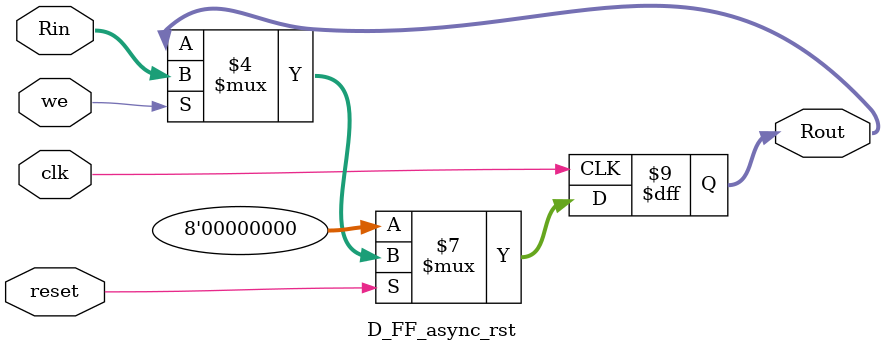
<source format=v>
`timescale 1ns / 1ps

module D_FF_async_rst#(parameter mem_width = 8)(
    input clk,
    input reset,
    input [mem_width-1 : 0] Rin,
    input we,
    output reg [mem_width-1 : 0] Rout = {mem_width-1{1'b0}});
    
    always @(posedge clk) begin 
        if(!reset) begin
            Rout <= 0;
        end
        else if(we) begin
            Rout <= Rin;
        end
    end
    
endmodule


</source>
